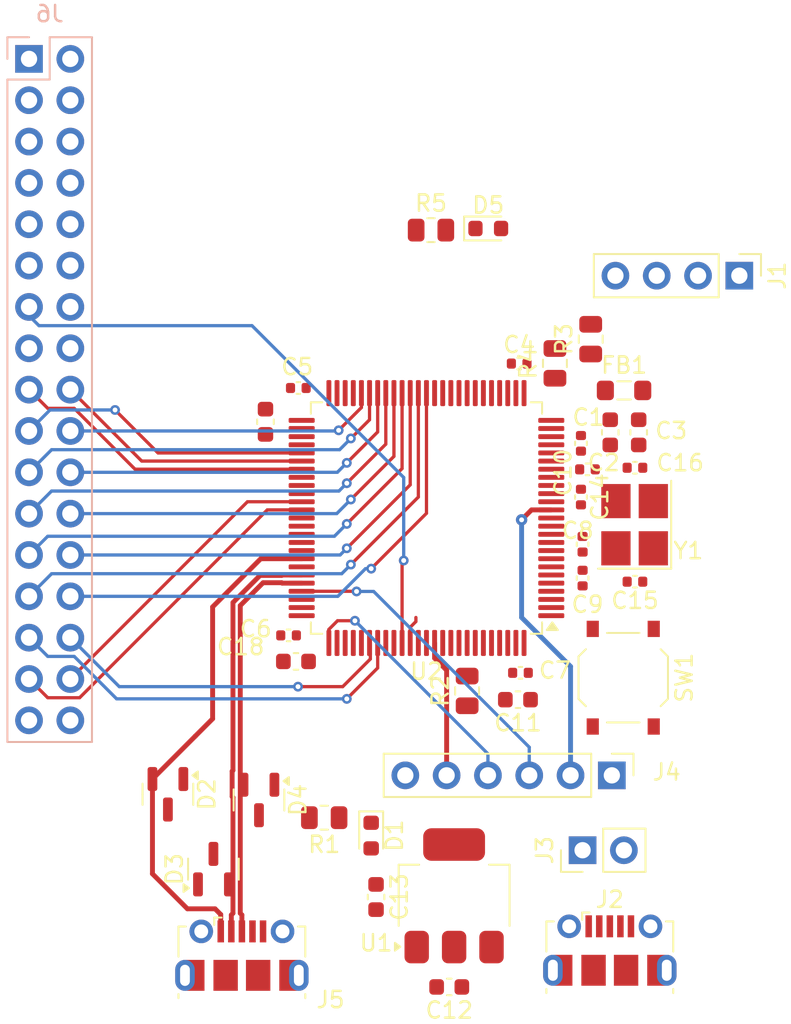
<source format=kicad_pcb>
(kicad_pcb (version 20241229) (generator "pcbnew") (generator_version "9.0")
  (layers (0 "F.Cu" signal) (4 "In1.Cu" power) (6 "In2.Cu" power) (2 "B.Cu" signal) (13 "F.Paste" user) (15 "B.Paste" user) (5 "F.SilkS" user "F.Silkscreen") (7 "B.SilkS" user "B.Silkscreen") (1 "F.Mask" user) (3 "B.Mask" user) (25 "Edge.Cuts" user))
  (net 0 "")
  (net 1 "GND")
  (net 2 "+3.3VA")
  (net 3 "+3.3V")
  (net 4 "+5V")
  (net 5 "/SWD_NRST")
  (net 6 "/HSE_IN")
  (net 7 "/HSE_OUT")
  (net 8 "/VCAP1")
  (net 9 "/VCAP2")
  (net 10 "Net-(D1-K)")
  (net 11 "/USB_OTG_FS_VBUS")
  (net 12 "/USB_OTG_FS_D-")
  (net 13 "/USB_OTG_FS_D+")
  (net 14 "Net-(D5-A)")
  (net 15 "/USART2_RX")
  (net 16 "/USART2_TX")
  (net 26 "/SWDIO")
  (net 36 "/FMC_A16")
  (net 38 "/FMC_NOE")
  (net 39 "/LCD_NRST")
  (net 40 "/FMC_D12")
  (net 42 "/FMC_D14")
  (net 43 "/FMC_D13")
  (net 44 "/FMC_D9")
  (net 45 "/FMC_D6")
  (net 46 "/TP_SDI")
  (net 47 "/FMC_D8")
  (net 48 "/TP_IRQ")
  (net 49 "/FMC_NE1")
  (net 50 "/FMC_D7")
  (net 51 "/FMC_D3")
  (net 52 "/FMC_D15")
  (net 53 "/TP_SCK")
  (net 55 "/TP_CS")
  (net 56 "/FMC_D5")
  (net 57 "/BL_PWM")
  (net 58 "/FMC_D1")
  (net 59 "/TP_SDO")
  (net 60 "/FMC_D4")
  (net 61 "/FMC_D11")
  (net 62 "/FMC_D10")
  (net 63 "/FMC_D2")
  (net 64 "/FMC_NWE")
  (net 65 "/FMC_D0")
  (net 66 "/BOOT0")
  (net 67 "Net-(U2-PC9)")
  (net 109 "/SWDO")
  (net 110 "/SWDCLK")
  (net 113 "Net-(J1-Pin_3)")
  (net 114 "Net-(J1-Pin_2)")
  (footprint "Capacitor_SMD:C_0402_1005Metric" (layer "F.Cu") (at 192.5 77.5 -90)
    (property "Reference" "C9" (at 3.7 -0.3 0) (layer "F.SilkS"))
    (property "Value" "100n")
    (pad "1" smd roundrect (at -0.48 0 270) (size 0.56 0.62) (layers "F.Cu" "F.Mask" "F.Paste") (net 3 "+3.3V"))
    (pad "2" smd roundrect (at 0.48 0 270) (size 0.56 0.62) (layers "F.Cu" "F.Mask" "F.Paste") (net 1 "GND"))
  )
  (footprint "Capacitor_SMD:C_0603_1608Metric" (layer "F.Cu") (at 179.8 99.175 -90)
    (property "Reference" "C13" (at 0 -1.43 90) (layer "F.SilkS"))
    (property "Value" "22u")
    (pad "1" smd roundrect (at -0.775 0 270) (size 0.9 0.95) (layers "F.Cu" "F.Mask" "F.Paste") (net 3 "+3.3V"))
    (pad "2" smd roundrect (at 0.775 0 270) (size 0.9 0.95) (layers "F.Cu" "F.Mask" "F.Paste") (net 1 "GND"))
  )
  (footprint "Button_Switch_SMD:SW_Push_1P1T_XKB_TS-1187A" (layer "F.Cu") (at 195 85.7 -90)
    (property "Reference" "SW1" (at 0 -3.75 90) (layer "F.SilkS"))
    (property "Value" "SW_Push")
    (pad "1" smd rect (at -3 -1.875 270) (size 1 0.75) (layers "F.Cu" "F.Mask" "F.Paste") (net 1 "GND"))
    (pad "1" smd rect (at 3 -1.875 270) (size 1 0.75) (layers "F.Cu" "F.Mask" "F.Paste") (net 1 "GND"))
    (pad "2" smd rect (at -3 1.875 270) (size 1 0.75) (layers "F.Cu" "F.Mask" "F.Paste") (net 5 "/SWD_NRST"))
    (pad "2" smd rect (at 3 1.875 270) (size 1 0.75) (layers "F.Cu" "F.Mask" "F.Paste") (net 5 "/SWD_NRST"))
  )
  (footprint "Resistor_SMD:R_0805_2012Metric" (layer "F.Cu") (at 193 64.9 90)
    (property "Reference" "R3" (at 0 -1.65 90) (layer "F.SilkS"))
    (property "Value" "220R")
    (pad "1" smd roundrect (at -0.9125 0 90) (size 1.025 1.4) (layers "F.Cu" "F.Mask" "F.Paste") (roundrect_rratio 0.243902) (net 16 "/USART2_TX"))
    (pad "2" smd roundrect (at 0.9125 0 90) (size 1.025 1.4) (layers "F.Cu" "F.Mask" "F.Paste") (roundrect_rratio 0.243902) (net 114 "Net-(J1-Pin_2)"))
  )
  (footprint "Connector_USB:USB_Micro-B_Molex-105017-0001" (layer "F.Cu") (at 171.55 102.75)
    (property "Reference" "J5" (at 5.45 2.7375 0) (layer "F.SilkS"))
    (property "Value" "USB_B_Micro")
    (pad "1" smd rect (at -1.3 -1.4625) (size 0.4 1.35) (layers "F.Cu" "F.Mask" "F.Paste") (net 11 "/USB_OTG_FS_VBUS"))
    (pad "2" smd rect (at -0.65 -1.4625) (size 0.4 1.35) (layers "F.Cu" "F.Mask" "F.Paste") (net 12 "/USB_OTG_FS_D-"))
    (pad "3" smd rect (at 0 -1.4625) (size 0.4 1.35) (layers "F.Cu" "F.Mask" "F.Paste") (net 13 "/USB_OTG_FS_D+"))
    (pad "4" smd rect (at 0.65 -1.4625) (size 0.4 1.35) (layers "F.Cu" "F.Mask" "F.Paste"))
    (pad "5" smd rect (at 1.3 -1.4625) (size 0.4 1.35) (layers "F.Cu" "F.Mask" "F.Paste") (net 1 "GND"))
    (pad "6" thru_hole oval (at -3.5 1.2375 180) (size 1.2 1.9) (drill oval 0.6 1.3) (property pad_prop_heatsink) (layers "*.Cu" "*.Mask"))
    (pad "6" smd rect (at -2.9 1.2375) (size 1.2 1.9) (layers "F.Cu" "F.Mask"))
    (pad "6" thru_hole circle (at -2.5 -1.4625) (size 1.45 1.45) (drill 0.85) (property pad_prop_heatsink) (layers "*.Cu" "*.Mask"))
    (pad "6" smd rect (at -1 1.2375) (size 1.5 1.9) (layers "F.Cu" "F.Mask" "F.Paste"))
    (pad "6" smd rect (at 1 1.2375) (size 1.5 1.9) (layers "F.Cu" "F.Mask" "F.Paste"))
    (pad "6" thru_hole circle (at 2.5 -1.4625) (size 1.45 1.45) (drill 0.85) (property pad_prop_heatsink) (layers "*.Cu" "*.Mask"))
    (pad "6" smd rect (at 2.9 1.2375) (size 1.2 1.9) (layers "F.Cu" "F.Mask"))
    (pad "6" thru_hole oval (at 3.5 1.2375) (size 1.2 1.9) (drill oval 0.6 1.3) (property pad_prop_heatsink) (layers "*.Cu" "*.Mask"))
  )
  (footprint "Capacitor_SMD:C_0402_1005Metric" (layer "F.Cu") (at 195.72 79.8 180)
    (property "Reference" "C15" (at 0 -1.16 0) (layer "F.SilkS"))
    (property "Value" "10p")
    (pad "1" smd roundrect (at -0.48 0 180) (size 0.56 0.62) (layers "F.Cu" "F.Mask" "F.Paste") (net 6 "/HSE_IN"))
    (pad "2" smd roundrect (at 0.48 0 180) (size 0.56 0.62) (layers "F.Cu" "F.Mask" "F.Paste") (net 1 "GND"))
  )
  (footprint "Resistor_SMD:R_0805_2012Metric" (layer "F.Cu") (at 185.4 86.5125 90)
    (property "Reference" "R2" (at 0 -1.65 90) (layer "F.SilkS"))
    (property "Value" "10k")
    (pad "1" smd roundrect (at -0.9125 0 90) (size 1.025 1.4) (layers "F.Cu" "F.Mask" "F.Paste") (roundrect_rratio 0.243902) (net 1 "GND"))
    (pad "2" smd roundrect (at 0.9125 0 90) (size 1.025 1.4) (layers "F.Cu" "F.Mask" "F.Paste") (roundrect_rratio 0.243902) (net 66 "/BOOT0"))
  )
  (footprint "Resistor_SMD:R_0805_2012Metric" (layer "F.Cu") (at 183.1775 58.2)
    (property "Reference" "R5" (at 0 -1.65 0) (layer "F.SilkS"))
    (property "Value" "1k")
    (pad "1" smd roundrect (at -0.9125 0) (size 1.025 1.4) (layers "F.Cu" "F.Mask" "F.Paste") (roundrect_rratio 0.243902) (net 67 "Net-(U2-PC9)"))
    (pad "2" smd roundrect (at 0.9125 0) (size 1.025 1.4) (layers "F.Cu" "F.Mask" "F.Paste") (roundrect_rratio 0.243902) (net 14 "Net-(D5-A)"))
  )
  (footprint "Crystal:Crystal_SMD_3225-4Pin_3.2x2.5mm_HandSoldering" (layer "F.Cu") (at 195.7 76.3 90)
    (property "Reference" "Y1" (at -1.6 3.3 0) (layer "F.SilkS"))
    (property "Value" "16MHz")
    (pad "1" smd rect (at -1.45 1.15 90) (size 2.1 1.8) (layers "F.Cu" "F.Mask" "F.Paste") (net 6 "/HSE_IN"))
    (pad "2" smd rect (at 1.45 1.15 90) (size 2.1 1.8) (layers "F.Cu" "F.Mask" "F.Paste") (net 1 "GND"))
    (pad "3" smd rect (at 1.45 -1.15 90) (size 2.1 1.8) (layers "F.Cu" "F.Mask" "F.Paste") (net 7 "/HSE_OUT"))
    (pad "4" smd rect (at -1.45 -1.15 90) (size 2.1 1.8) (layers "F.Cu" "F.Mask" "F.Paste") (net 1 "GND"))
  )
  (footprint "Capacitor_SMD:C_0603_1608Metric" (layer "F.Cu") (at 194.2 70.625 -90)
    (property "Reference" "C2" (at 1.865 0.4 180) (layer "F.SilkS"))
    (property "Value" "10u")
    (pad "1" smd roundrect (at -0.775 0 270) (size 0.9 0.95) (layers "F.Cu" "F.Mask" "F.Paste") (net 2 "+3.3VA"))
    (pad "2" smd roundrect (at 0.775 0 270) (size 0.9 0.95) (layers "F.Cu" "F.Mask" "F.Paste") (net 1 "GND"))
  )
  (footprint "Capacitor_SMD:C_0603_1608Metric" (layer "F.Cu") (at 184.3 104.7 180)
    (property "Reference" "C12" (at 0 -1.43 0) (layer "F.SilkS"))
    (property "Value" "22u")
    (pad "1" smd roundrect (at -0.775 0 180) (size 0.9 0.95) (layers "F.Cu" "F.Mask" "F.Paste") (net 4 "+5V"))
    (pad "2" smd roundrect (at 0.775 0 180) (size 0.9 0.95) (layers "F.Cu" "F.Mask" "F.Paste") (net 1 "GND"))
  )
  (footprint "LED_SMD:LED_0603_1608Metric" (layer "F.Cu") (at 179.5 95.4 -90)
    (property "Reference" "D1" (at 0 -1.43 90) (layer "F.SilkS"))
    (property "Value" "RED")
    (pad "1" smd roundrect (at -0.7875 0 270) (size 0.875 0.95) (layers "F.Cu" "F.Mask" "F.Paste") (net 10 "Net-(D1-K)"))
    (pad "2" smd roundrect (at 0.7875 0 270) (size 0.875 0.95) (layers "F.Cu" "F.Mask" "F.Paste") (net 3 "+3.3V"))
  )
  (footprint "Capacitor_SMD:C_0402_1005Metric" (layer "F.Cu") (at 192.4 74.6 -90)
    (property "Reference" "C14" (at 0 -1.16 90) (layer "F.SilkS"))
    (property "Value" "100n")
    (pad "1" smd roundrect (at -0.48 0 270) (size 0.56 0.62) (layers "F.Cu" "F.Mask" "F.Paste") (net 1 "GND"))
    (pad "2" smd roundrect (at 0.48 0 270) (size 0.56 0.62) (layers "F.Cu" "F.Mask" "F.Paste") (net 5 "/SWD_NRST"))
  )
  (footprint "Capacitor_SMD:C_0402_1005Metric" (layer "F.Cu") (at 192.5 79.58 -90)
    (property "Reference" "C8" (at -2.92 0.3 0) (layer "F.SilkS"))
    (property "Value" "100n")
    (pad "1" smd roundrect (at -0.48 0 270) (size 0.56 0.62) (layers "F.Cu" "F.Mask" "F.Paste") (net 3 "+3.3V"))
    (pad "2" smd roundrect (at 0.48 0 270) (size 0.56 0.62) (layers "F.Cu" "F.Mask" "F.Paste") (net 1 "GND"))
  )
  (footprint "Package_TO_SOT_SMD:SOT-23" (layer "F.Cu") (at 167 92.8625 -90)
    (property "Reference" "D2" (at 0 -2.4 90) (layer "F.SilkS"))
    (property "Value" "P6SMB6.8")
    (pad "1" smd roundrect (at -0.9375 -0.95 270) (size 1.475 0.6) (layers "F.Cu" "F.Mask" "F.Paste") (net 1 "GND"))
    (pad "2" smd roundrect (at -0.9375 0.95 270) (size 1.475 0.6) (layers "F.Cu" "F.Mask" "F.Paste") (net 11 "/USB_OTG_FS_VBUS"))
    (pad "3" smd roundrect (at 0.9375 0 270) (size 1.475 0.6) (layers "F.Cu" "F.Mask" "F.Paste"))
  )
  (footprint "Capacitor_SMD:C_0402_1005Metric" (layer "F.Cu") (at 195.72 72.8)
    (property "Reference" "C16" (at 2.78 -0.3 0) (layer "F.SilkS"))
    (property "Value" "10p")
    (pad "1" smd roundrect (at -0.48 0) (size 0.56 0.62) (layers "F.Cu" "F.Mask" "F.Paste") (net 7 "/HSE_OUT"))
    (pad "2" smd roundrect (at 0.48 0) (size 0.56 0.62) (layers "F.Cu" "F.Mask" "F.Paste") (net 1 "GND"))
  )
  (footprint "Capacitor_SMD:C_0603_1608Metric" (layer "F.Cu") (at 174.875 84.7 180)
    (property "Reference" "C18" (at 3.4 0.9 180) (layer "F.SilkS"))
    (property "Value" "2u2")
    (pad "1" smd roundrect (at -0.775 0 180) (size 0.9 0.95) (layers "F.Cu" "F.Mask" "F.Paste") (net 9 "/VCAP2"))
    (pad "2" smd roundrect (at 0.775 0 180) (size 0.9 0.95) (layers "F.Cu" "F.Mask" "F.Paste") (net 1 "GND"))
  )
  (footprint "LED_SMD:LED_0603_1608Metric" (layer "F.Cu") (at 186.7 58.1)
    (property "Reference" "D5" (at 0 -1.43 0) (layer "F.SilkS"))
    (property "Value" "GREEN")
    (pad "1" smd roundrect (at -0.7875 0) (size 0.875 0.95) (layers "F.Cu" "F.Mask" "F.Paste") (net 1 "GND"))
    (pad "2" smd roundrect (at 0.7875 0) (size 0.875 0.95) (layers "F.Cu" "F.Mask" "F.Paste") (net 14 "Net-(D5-A)"))
  )
  (footprint "Package_TO_SOT_SMD:SOT-23" (layer "F.Cu") (at 172.6 93.2125 -90)
    (property "Reference" "D4" (at 0 -2.4 90) (layer "F.SilkS"))
    (property "Value" "P6SMB6.8")
    (pad "1" smd roundrect (at -0.9375 -0.95 270) (size 1.475 0.6) (layers "F.Cu" "F.Mask" "F.Paste") (net 1 "GND"))
    (pad "2" smd roundrect (at -0.9375 0.95 270) (size 1.475 0.6) (layers "F.Cu" "F.Mask" "F.Paste") (net 13 "/USB_OTG_FS_D+"))
    (pad "3" smd roundrect (at 0.9375 0 270) (size 1.475 0.6) (layers "F.Cu" "F.Mask" "F.Paste"))
  )
  (footprint "Capacitor_SMD:C_0402_1005Metric" (layer "F.Cu") (at 175.02 67.9 180)
    (property "Reference" "C5" (at 0.07 1.3 0) (layer "F.SilkS"))
    (property "Value" "100n")
    (pad "1" smd roundrect (at -0.48 0 180) (size 0.56 0.62) (layers "F.Cu" "F.Mask" "F.Paste") (net 3 "+3.3V"))
    (pad "2" smd roundrect (at 0.48 0 180) (size 0.56 0.62) (layers "F.Cu" "F.Mask" "F.Paste") (net 1 "GND"))
  )
  (footprint "Connector_USB:USB_Micro-B_Molex-105017-0001" (layer "F.Cu") (at 194.175 102.4375)
    (property "Reference" "J2" (at 0 -3.1125 0) (layer "F.SilkS"))
    (property "Value" "USB_B_Micro")
    (pad "1" smd rect (at -1.3 -1.4625) (size 0.4 1.35) (layers "F.Cu" "F.Mask" "F.Paste") (net 4 "+5V"))
    (pad "2" smd rect (at -0.65 -1.4625) (size 0.4 1.35) (layers "F.Cu" "F.Mask" "F.Paste"))
    (pad "3" smd rect (at 0 -1.4625) (size 0.4 1.35) (layers "F.Cu" "F.Mask" "F.Paste"))
    (pad "4" smd rect (at 0.65 -1.4625) (size 0.4 1.35) (layers "F.Cu" "F.Mask" "F.Paste"))
    (pad "5" smd rect (at 1.3 -1.4625) (size 0.4 1.35) (layers "F.Cu" "F.Mask" "F.Paste") (net 1 "GND"))
    (pad "6" thru_hole oval (at -3.5 1.2375 180) (size 1.2 1.9) (drill oval 0.6 1.3) (property pad_prop_heatsink) (layers "*.Cu" "*.Mask"))
    (pad "6" smd rect (at -2.9 1.2375) (size 1.2 1.9) (layers "F.Cu" "F.Mask"))
    (pad "6" thru_hole circle (at -2.5 -1.4625) (size 1.45 1.45) (drill 0.85) (property pad_prop_heatsink) (layers "*.Cu" "*.Mask"))
    (pad "6" smd rect (at -1 1.2375) (size 1.5 1.9) (layers "F.Cu" "F.Mask" "F.Paste"))
    (pad "6" smd rect (at 1 1.2375) (size 1.5 1.9) (layers "F.Cu" "F.Mask" "F.Paste"))
    (pad "6" thru_hole circle (at 2.5 -1.4625) (size 1.45 1.45) (drill 0.85) (property pad_prop_heatsink) (layers "*.Cu" "*.Mask"))
    (pad "6" smd rect (at 2.9 1.2375) (size 1.2 1.9) (layers "F.Cu" "F.Mask"))
    (pad "6" thru_hole oval (at 3.5 1.2375) (size 1.2 1.9) (drill oval 0.6 1.3) (property pad_prop_heatsink) (layers "*.Cu" "*.Mask"))
  )
  (footprint "Package_QFP:LQFP-100_14x14mm_P0.5mm" (layer "F.Cu") (at 182.9 75.89 180)
    (property "Reference" "U2" (at 0 -9.42 0) (layer "F.SilkS"))
    (property "Value" "STM32F429VITx")
    (pad "1" smd roundrect (at -7.675 -6 180) (size 1.6 0.3) (layers "F.Cu" "F.Mask" "F.Paste"))
    (pad "2" smd roundrect (at -7.675 -5.5 180) (size 1.6 0.3) (layers "F.Cu" "F.Mask" "F.Paste"))
    (pad "3" smd roundrect (at -7.675 -5 180) (size 1.6 0.3) (layers "F.Cu" "F.Mask" "F.Paste"))
    (pad "4" smd roundrect (at -7.675 -4.5 180) (size 1.6 0.3) (layers "F.Cu" "F.Mask" "F.Paste"))
    (pad "5" smd roundrect (at -7.675 -4 180) (size 1.6 0.3) (layers "F.Cu" "F.Mask" "F.Paste"))
    (pad "6" smd roundrect (at -7.675 -3.5 180) (size 1.6 0.3) (layers "F.Cu" "F.Mask" "F.Paste") (net 3 "+3.3V"))
    (pad "7" smd roundrect (at -7.675 -3 180) (size 1.6 0.3) (layers "F.Cu" "F.Mask" "F.Paste"))
    (pad "8" smd roundrect (at -7.675 -2.5 180) (size 1.6 0.3) (layers "F.Cu" "F.Mask" "F.Paste"))
    (pad "9" smd roundrect (at -7.675 -2 180) (size 1.6 0.3) (layers "F.Cu" "F.Mask" "F.Paste"))
    (pad "10" smd roundrect (at -7.675 -1.5 180) (size 1.6 0.3) (layers "F.Cu" "F.Mask" "F.Paste") (net 1 "GND"))
    (pad "11" smd roundrect (at -7.675 -1 180) (size 1.6 0.3) (layers "F.Cu" "F.Mask" "F.Paste") (net 3 "+3.3V"))
    (pad "12" smd roundrect (at -7.675 -0.5 180) (size 1.6 0.3) (layers "F.Cu" "F.Mask" "F.Paste") (net 6 "/HSE_IN"))
    (pad "13" smd roundrect (at -7.675 0 180) (size 1.6 0.3) (layers "F.Cu" "F.Mask" "F.Paste") (net 7 "/HSE_OUT"))
    (pad "14" smd roundrect (at -7.675 0.5 180) (size 1.6 0.3) (layers "F.Cu" "F.Mask" "F.Paste") (net 5 "/SWD_NRST"))
    (pad "15" smd roundrect (at -7.675 1 180) (size 1.6 0.3) (layers "F.Cu" "F.Mask" "F.Paste"))
    (pad "16" smd roundrect (at -7.675 1.5 180) (size 1.6 0.3) (layers "F.Cu" "F.Mask" "F.Paste"))
    (pad "17" smd roundrect (at -7.675 2 180) (size 1.6 0.3) (layers "F.Cu" "F.Mask" "F.Paste"))
    (pad "18" smd roundrect (at -7.675 2.5 180) (size 1.6 0.3) (layers "F.Cu" "F.Mask" "F.Paste"))
    (pad "19" smd roundrect (at -7.675 3 180) (size 1.6 0.3) (layers "F.Cu" "F.Mask" "F.Paste") (net 3 "+3.3V"))
    (pad "20" smd roundrect (at -7.675 3.5 180) (size 1.6 0.3) (layers "F.Cu" "F.Mask" "F.Paste") (net 1 "GND"))
    (pad "21" smd roundrect (at -7.675 4 180) (size 1.6 0.3) (layers "F.Cu" "F.Mask" "F.Paste") (net 2 "+3.3VA"))
    (pad "22" smd roundrect (at -7.675 4.5 180) (size 1.6 0.3) (layers "F.Cu" "F.Mask" "F.Paste") (net 2 "+3.3VA"))
    (pad "23" smd roundrect (at -7.675 5 180) (size 1.6 0.3) (layers "F.Cu" "F.Mask" "F.Paste"))
    (pad "24" smd roundrect (at -7.675 5.5 180) (size 1.6 0.3) (layers "F.Cu" "F.Mask" "F.Paste") (net 57 "/BL_PWM"))
    (pad "25" smd roundrect (at -7.675 6 180) (size 1.6 0.3) (layers "F.Cu" "F.Mask" "F.Paste") (net 16 "/USART2_TX"))
    (pad "26" smd roundrect (at -6 7.675 180) (size 0.3 1.6) (layers "F.Cu" "F.Mask" "F.Paste") (net 15 "/USART2_RX"))
    (pad "27" smd roundrect (at -5.5 7.675 180) (size 0.3 1.6) (layers "F.Cu" "F.Mask" "F.Paste") (net 1 "GND"))
    (pad "28" smd roundrect (at -5 7.675 180) (size 0.3 1.6) (layers "F.Cu" "F.Mask" "F.Paste") (net 3 "+3.3V"))
    (pad "29" smd roundrect (at -4.5 7.675 180) (size 0.3 1.6) (layers "F.Cu" "F.Mask" "F.Paste") (net 55 "/TP_CS"))
    (pad "30" smd roundrect (at -4 7.675 180) (size 0.3 1.6) (layers "F.Cu" "F.Mask" "F.Paste") (net 53 "/TP_SCK"))
    (pad "31" smd roundrect (at -3.5 7.675 180) (size 0.3 1.6) (layers "F.Cu" "F.Mask" "F.Paste") (net 59 "/TP_SDO"))
    (pad "32" smd roundrect (at -3 7.675 180) (size 0.3 1.6) (layers "F.Cu" "F.Mask" "F.Paste") (net 46 "/TP_SDI"))
    (pad "33" smd roundrect (at -2.5 7.675 180) (size 0.3 1.6) (layers "F.Cu" "F.Mask" "F.Paste") (net 48 "/TP_IRQ"))
    (pad "34" smd roundrect (at -2 7.675 180) (size 0.3 1.6) (layers "F.Cu" "F.Mask" "F.Paste"))
    (pad "35" smd roundrect (at -1.5 7.675 180) (size 0.3 1.6) (layers "F.Cu" "F.Mask" "F.Paste"))
    (pad "36" smd roundrect (at -1 7.675 180) (size 0.3 1.6) (layers "F.Cu" "F.Mask" "F.Paste"))
    (pad "37" smd roundrect (at -0.5 7.675 180) (size 0.3 1.6) (layers "F.Cu" "F.Mask" "F.Paste"))
    (pad "38" smd roundrect (at 0 7.675 180) (size 0.3 1.6) (layers "F.Cu" "F.Mask" "F.Paste") (net 60 "/FMC_D4"))
    (pad "39" smd roundrect (at 0.5 7.675 180) (size 0.3 1.6) (layers "F.Cu" "F.Mask" "F.Paste") (net 56 "/FMC_D5"))
    (pad "40" smd roundrect (at 1 7.675 180) (size 0.3 1.6) (layers "F.Cu" "F.Mask" "F.Paste") (net 45 "/FMC_D6"))
    (pad "41" smd roundrect (at 1.5 7.675 180) (size 0.3 1.6) (layers "F.Cu" "F.Mask" "F.Paste") (net 50 "/FMC_D7"))
    (pad "42" smd roundrect (at 2 7.675 180) (size 0.3 1.6) (layers "F.Cu" "F.Mask" "F.Paste") (net 47 "/FMC_D8"))
    (pad "43" smd roundrect (at 2.5 7.675 180) (size 0.3 1.6) (layers "F.Cu" "F.Mask" "F.Paste") (net 44 "/FMC_D9"))
    (pad "44" smd roundrect (at 3 7.675 180) (size 0.3 1.6) (layers "F.Cu" "F.Mask" "F.Paste") (net 62 "/FMC_D10"))
    (pad "45" smd roundrect (at 3.5 7.675 180) (size 0.3 1.6) (layers "F.Cu" "F.Mask" "F.Paste") (net 61 "/FMC_D11"))
    (pad "46" smd roundrect (at 4 7.675 180) (size 0.3 1.6) (layers "F.Cu" "F.Mask" "F.Paste") (net 40 "/FMC_D12"))
    (pad "47" smd roundrect (at 4.5 7.675 180) (size 0.3 1.6) (layers "F.Cu" "F.Mask" "F.Paste"))
    (pad "48" smd roundrect (at 5 7.675 180) (size 0.3 1.6) (layers "F.Cu" "F.Mask" "F.Paste"))
    (pad "49" smd roundrect (at 5.5 7.675 180) (size 0.3 1.6) (layers "F.Cu" "F.Mask" "F.Paste") (net 8 "/VCAP1"))
    (pad "50" smd roundrect (at 6 7.675 180) (size 0.3 1.6) (layers "F.Cu" "F.Mask" "F.Paste") (net 3 "+3.3V"))
    (pad "51" smd roundrect (at 7.675 6 180) (size 1.6 0.3) (layers "F.Cu" "F.Mask" "F.Paste"))
    (pad "52" smd roundrect (at 7.675 5.5 180) (size 1.6 0.3) (layers "F.Cu" "F.Mask" "F.Paste"))
    (pad "53" smd roundrect (at 7.675 5 180) (size 1.6 0.3) (layers "F.Cu" "F.Mask" "F.Paste"))
    (pad "54" smd roundrect (at 7.675 4.5 180) (size 1.6 0.3) (layers "F.Cu" "F.Mask" "F.Paste"))
    (pad "55" smd roundrect (at 7.675 4 180) (size 1.6 0.3) (layers "F.Cu" "F.Mask" "F.Paste") (net 43 "/FMC_D13"))
    (pad "56" smd roundrect (at 7.675 3.5 180) (size 1.6 0.3) (layers "F.Cu" "F.Mask" "F.Paste") (net 42 "/FMC_D14"))
    (pad "57" smd roundrect (at 7.675 3 180) (size 1.6 0.3) (layers "F.Cu" "F.Mask" "F.Paste") (net 52 "/FMC_D15"))
    (pad "58" smd roundrect (at 7.675 2.5 180) (size 1.6 0.3) (layers "F.Cu" "F.Mask" "F.Paste") (net 36 "/FMC_A16"))
    (pad "59" smd roundrect (at 7.675 2 180) (size 1.6 0.3) (layers "F.Cu" "F.Mask" "F.Paste"))
    (pad "60" smd roundrect (at 7.675 1.5 180) (size 1.6 0.3) (layers "F.Cu" "F.Mask" "F.Paste"))
    (pad "61" smd roundrect (at 7.675 1 180) (size 1.6 0.3) (layers "F.Cu" "F.Mask" "F.Paste") (net 65 "/FMC_D0"))
    (pad "62" smd roundrect (at 7.675 0.5 180) (size 1.6 0.3) (layers "F.Cu" "F.Mask" "F.Paste") (net 58 "/FMC_D1"))
    (pad "63" smd roundrect (at 7.675 0 180) (size 1.6 0.3) (layers "F.Cu" "F.Mask" "F.Paste"))
    (pad "64" smd roundrect (at 7.675 -0.5 180) (size 1.6 0.3) (layers "F.Cu" "F.Mask" "F.Paste"))
    (pad "65" smd roundrect (at 7.675 -1 180) (size 1.6 0.3) (layers "F.Cu" "F.Mask" "F.Paste"))
    (pad "66" smd roundrect (at 7.675 -1.5 180) (size 1.6 0.3) (layers "F.Cu" "F.Mask" "F.Paste") (net 67 "Net-(U2-PC9)"))
    (pad "67" smd roundrect (at 7.675 -2 180) (size 1.6 0.3) (layers "F.Cu" "F.Mask" "F.Paste"))
    (pad "68" smd roundrect (at 7.675 -2.5 180) (size 1.6 0.3) (layers "F.Cu" "F.Mask" "F.Paste") (net 11 "/USB_OTG_FS_VBUS"))
    (pad "69" smd roundrect (at 7.675 -3 180) (size 1.6 0.3) (layers "F.Cu" "F.Mask" "F.Paste"))
    (pad "70" smd roundrect (at 7.675 -3.5 180) (size 1.6 0.3) (layers "F.Cu" "F.Mask" "F.Paste") (net 12 "/USB_OTG_FS_D-"))
    (pad "71" smd roundrect (at 7.675 -4 180) (size 1.6 0.3) (layers "F.Cu" "F.Mask" "F.Paste") (net 13 "/USB_OTG_FS_D+"))
    (pad "72" smd roundrect (at 7.675 -4.5 180) (size 1.6 0.3) (layers "F.Cu" "F.Mask" "F.Paste") (net 26 "/SWDIO"))
    (pad "73" smd roundrect (at 7.675 -5 180) (size 1.6 0.3) (layers "F.Cu" "F.Mask" "F.Paste") (net 9 "/VCAP2"))
    (pad "74" smd roundrect (at 7.675 -5.5 180) (size 1.6 0.3) (layers "F.Cu" "F.Mask" "F.Paste") (net 1 "GND"))
    (pad "75" smd roundrect (at 7.675 -6 180) (size 1.6 0.3) (layers "F.Cu" "F.Mask" "F.Paste") (net 3 "+3.3V"))
    (pad "76" smd roundrect (at 6 -7.675 180) (size 0.3 1.6) (layers "F.Cu" "F.Mask" "F.Paste") (net 110 "/SWDCLK"))
    (pad "77" smd roundrect (at 5.5 -7.675 180) (size 0.3 1.6) (layers "F.Cu" "F.Mask" "F.Paste"))
    (pad "78" smd roundrect (at 5 -7.675 180) (size 0.3 1.6) (layers "F.Cu" "F.Mask" "F.Paste"))
    (pad "79" smd roundrect (at 4.5 -7.675 180) (size 0.3 1.6) (layers "F.Cu" "F.Mask" "F.Paste"))
    (pad "80" smd roundrect (at 4 -7.675 180) (size 0.3 1.6) (layers "F.Cu" "F.Mask" "F.Paste"))
    (pad "81" smd roundrect (at 3.5 -7.675 180) (size 0.3 1.6) (layers "F.Cu" "F.Mask" "F.Paste") (net 63 "/FMC_D2"))
    (pad "82" smd roundrect (at 3 -7.675 180) (size 0.3 1.6) (layers "F.Cu" "F.Mask" "F.Paste") (net 51 "/FMC_D3"))
    (pad "83" smd roundrect (at 2.5 -7.675 180) (size 0.3 1.6) (layers "F.Cu" "F.Mask" "F.Paste"))
    (pad "84" smd roundrect (at 2 -7.675 180) (size 0.3 1.6) (layers "F.Cu" "F.Mask" "F.Paste"))
    (pad "85" smd roundrect (at 1.5 -7.675 180) (size 0.3 1.6) (layers "F.Cu" "F.Mask" "F.Paste") (net 38 "/FMC_NOE"))
    (pad "86" smd roundrect (at 1 -7.675 180) (size 0.3 1.6) (layers "F.Cu" "F.Mask" "F.Paste") (net 64 "/FMC_NWE"))
    (pad "87" smd roundrect (at 0.5 -7.675 180) (size 0.3 1.6) (layers "F.Cu" "F.Mask" "F.Paste") (net 39 "/LCD_NRST"))
    (pad "88" smd roundrect (at 0 -7.675 180) (size 0.3 1.6) (layers "F.Cu" "F.Mask" "F.Paste") (net 49 "/FMC_NE1"))
    (pad "89" smd roundrect (at -0.5 -7.675 180) (size 0.3 1.6) (layers "F.Cu" "F.Mask" "F.Paste") (net 109 "/SWDO"))
    (pad "90" smd roundrect (at -1 -7.675 180) (size 0.3 1.6) (layers "F.Cu" "F.Mask" "F.Paste"))
    (pad "91" smd roundrect (at -1.5 -7.675 180) (size 0.3 1.6) (layers "F.Cu" "F.Mask" "F.Paste"))
    (pad "92" smd roundrect (at -2 -7.675 180) (size 0.3 1.6) (layers "F.Cu" "F.Mask" "F.Paste"))
    (pad "93" smd roundrect (at -2.5 -7.675 180) (size 0.3 1.6) (layers "F.Cu" "F.Mask" "F.Paste"))
    (pad "94" smd roundrect (at -3 -7.675 180) (size 0.3 1.6) (layers "F.Cu" "F.Mask" "F.Paste") (net 66 "/BOOT0"))
    (pad "95" smd roundrect (at -3.5 -7.675 180) (size 0.3 1.6) (layers "F.Cu" "F.Mask" "F.Paste"))
    (pad "96" smd roundrect (at -4 -7.675 180) (size 0.3 1.6) (layers "F.Cu" "F.Mask" "F.Paste"))
    (pad "97" smd roundrect (at -4.5 -7.675 180) (size 0.3 1.6) (layers "F.Cu" "F.Mask" "F.Paste"))
    (pad "98" smd roundrect (at -5 -7.675 180) (size 0.3 1.6) (layers "F.Cu" "F.Mask" "F.Paste"))
    (pad "99" smd roundrect (at -5.5 -7.675 180) (size 0.3 1.6) (layers "F.Cu" "F.Mask" "F.Paste") (net 1 "GND"))
    (pad "100" smd roundrect (at -6 -7.675 180) (size 0.3 1.6) (layers "F.Cu" "F.Mask" "F.Paste") (net 3 "+3.3V"))
  )
  (footprint "Package_TO_SOT_SMD:SOT-223-3_TabPin2" (layer "F.Cu") (at 184.6 99.1 90)
    (property "Reference" "U1" (at -2.9 -4.8 180) (layer "F.SilkS"))
    (property "Value" "AMS1117-3.3")
    (pad "1" smd roundrect (at -3.15 -2.3 90) (size 2 1.5) (layers "F.Cu" "F.Mask" "F.Paste") (net 1 "GND"))
    (pad "2" smd roundrect (at -3.15 0 90) (size 2 1.5) (layers "F.Cu" "F.Mask" "F.Paste") (net 3 "+3.3V"))
    (pad "2" smd roundrect (at 3.15 0 90) (size 2 3.8) (layers "F.Cu" "F.Mask" "F.Paste") (net 3 "+3.3V"))
    (pad "3" smd roundrect (at -3.15 2.3 90) (size 2 1.5) (layers "F.Cu" "F.Mask" "F.Paste") (net 4 "+5V"))
  )
  (footprint "Capacitor_SMD:C_0402_1005Metric" (layer "F.Cu") (at 188.6 66.4)
    (property "Reference" "C4" (at 0 -1.16 0) (layer "F.SilkS"))
    (property "Value" "100n")
    (pad "1" smd roundrect (at -0.48 0) (size 0.56 0.62) (layers "F.Cu" "F.Mask" "F.Paste") (net 3 "+3.3V"))
    (pad "2" smd roundrect (at 0.48 0) (size 0.56 0.62) (layers "F.Cu" "F.Mask" "F.Paste") (net 1 "GND"))
  )
  (footprint "Capacitor_SMD:C_0402_1005Metric" (layer "F.Cu") (at 192.4 71.3 -90)
    (property "Reference" "C1" (at -1.6 -0.46 0) (layer "F.SilkS"))
    (property "Value" "100n")
    (pad "1" smd roundrect (at -0.48 0 270) (size 0.56 0.62) (layers "F.Cu" "F.Mask" "F.Paste") (net 2 "+3.3VA"))
    (pad "2" smd roundrect (at 0.48 0 270) (size 0.56 0.62) (layers "F.Cu" "F.Mask" "F.Paste") (net 1 "GND"))
  )
  (footprint "Connector_PinHeader_2.54mm:PinHeader_1x02_P2.54mm_Vertical" (layer "F.Cu") (at 192.5 96.3 90)
    (property "Reference" "J3" (at 0 -2.33 90) (layer "F.SilkS"))
    (property "Value" "Conn_01x02")
    (pad "1" thru_hole rect (at 0 0 90) (size 1.7 1.7) (drill 1) (layers "*.Cu" "*.Mask") (net 4 "+5V"))
    (pad "2" thru_hole oval (at 0 2.54 90) (size 1.7 1.7) (drill 1) (layers "*.Cu" "*.Mask") (net 1 "GND"))
  )
  (footprint "Capacitor_SMD:C_0402_1005Metric" (layer "F.Cu") (at 188.68 85.4 180)
    (property "Reference" "C7" (at -2.12 0.15 0) (layer "F.SilkS"))
    (property "Value" "100n")
    (pad "1" smd roundrect (at -0.48 0 180) (size 0.56 0.62) (layers "F.Cu" "F.Mask" "F.Paste") (net 3 "+3.3V"))
    (pad "2" smd roundrect (at 0.48 0 180) (size 0.56 0.62) (layers "F.Cu" "F.Mask" "F.Paste") (net 1 "GND"))
  )
  (footprint "Connector_PinHeader_2.54mm:PinHeader_1x06_P2.54mm_Vertical" (layer "F.Cu") (at 194.3 91.7 -90)
    (property "Reference" "J4" (at -0.2 -3.37 0) (layer "F.SilkS"))
    (property "Value" "Conn_01x06")
    (pad "1" thru_hole rect (at 0 0 270) (size 1.7 1.7) (drill 1) (layers "*.Cu" "*.Mask") (net 3 "+3.3V"))
    (pad "2" thru_hole oval (at 0 2.54 270) (size 1.7 1.7) (drill 1) (layers "*.Cu" "*.Mask") (net 5 "/SWD_NRST"))
    (pad "3" thru_hole oval (at 0 5.08 270) (size 1.7 1.7) (drill 1) (layers "*.Cu" "*.Mask") (net 26 "/SWDIO"))
    (pad "4" thru_hole oval (at 0 7.62 270) (size 1.7 1.7) (drill 1) (layers "*.Cu" "*.Mask") (net 110 "/SWDCLK"))
    (pad "5" thru_hole oval (at 0 10.16 270) (size 1.7 1.7) (drill 1) (layers "*.Cu" "*.Mask") (net 109 "/SWDO"))
    (pad "6" thru_hole oval (at 0 12.7 270) (size 1.7 1.7) (drill 1) (layers "*.Cu" "*.Mask") (net 1 "GND"))
  )
  (footprint "Connector_PinHeader_2.54mm:PinHeader_1x04_P2.54mm_Vertical" (layer "F.Cu") (at 202.14 61 -90)
    (property "Reference" "J1" (at 0 -2.33 90) (layer "F.SilkS"))
    (property "Value" "Conn_01x04")
    (pad "1" thru_hole rect (at 0 0 270) (size 1.7 1.7) (drill 1) (layers "*.Cu" "*.Mask") (net 3 "+3.3V"))
    (pad "2" thru_hole oval (at 0 2.54 270) (size 1.7 1.7) (drill 1) (layers "*.Cu" "*.Mask") (net 114 "Net-(J1-Pin_2)"))
    (pad "3" thru_hole oval (at 0 5.08 270) (size 1.7 1.7) (drill 1) (layers "*.Cu" "*.Mask") (net 113 "Net-(J1-Pin_3)"))
    (pad "4" thru_hole oval (at 0 7.62 270) (size 1.7 1.7) (drill 1) (layers "*.Cu" "*.Mask") (net 1 "GND"))
  )
  (footprint "Capacitor_SMD:C_0402_1005Metric" (layer "F.Cu") (at 174.42 83.1 180)
    (property "Reference" "C6" (at 2.02 0.4 0) (layer "F.SilkS"))
    (property "Value" "100n")
    (pad "1" smd roundrect (at -0.48 0 180) (size 0.56 0.62) (layers "F.Cu" "F.Mask" "F.Paste") (net 3 "+3.3V"))
    (pad "2" smd roundrect (at 0.48 0 180) (size 0.56 0.62) (layers "F.Cu" "F.Mask" "F.Paste") (net 1 "GND"))
  )
  (footprint "Capacitor_SMD:C_0402_1005Metric" (layer "F.Cu") (at 192.8 72.9)
    (property "Reference" "C10" (at -1.5 0.2 90) (layer "F.SilkS"))
    (property "Value" "100n")
    (pad "1" smd roundrect (at -0.48 0) (size 0.56 0.62) (layers "F.Cu" "F.Mask" "F.Paste") (net 3 "+3.3V"))
    (pad "2" smd roundrect (at 0.48 0) (size 0.56 0.62) (layers "F.Cu" "F.Mask" "F.Paste") (net 1 "GND"))
  )
  (footprint "Capacitor_SMD:C_0603_1608Metric" (layer "F.Cu") (at 195.95 70.625 -90)
    (property "Reference" "C3" (at -0.1 -2 0) (layer "F.SilkS"))
    (property "Value" "1u")
    (pad "1" smd roundrect (at -0.775 0 270) (size 0.9 0.95) (layers "F.Cu" "F.Mask" "F.Paste") (net 3 "+3.3V"))
    (pad "2" smd roundrect (at 0.775 0 270) (size 0.9 0.95) (layers "F.Cu" "F.Mask" "F.Paste") (net 1 "GND"))
  )
  (footprint "Inductor_SMD:L_0805_2012Metric_Pad1.05x1.20mm_HandSolder" (layer "F.Cu") (at 195.05 68.05)
    (property "Reference" "FB1" (at 0 -1.55 0) (layer "F.SilkS"))
    (property "Value" "120R")
    (pad "1" smd roundrect (at -1.15 0) (size 1.05 1.2) (layers "F.Cu" "F.Mask" "F.Paste") (roundrect_rratio 0.238095) (net 2 "+3.3VA"))
    (pad "2" smd roundrect (at 1.15 0) (size 1.05 1.2) (layers "F.Cu" "F.Mask" "F.Paste") (roundrect_rratio 0.238095) (net 3 "+3.3V"))
  )
  (footprint "Capacitor_SMD:C_0603_1608Metric" (layer "F.Cu") (at 188.525 87.05 180)
    (property "Reference" "C11" (at 0 -1.43 0) (layer "F.SilkS"))
    (property "Value" "10u")
    (pad "1" smd roundrect (at -0.775 0 180) (size 0.9 0.95) (layers "F.Cu" "F.Mask" "F.Paste") (net 3 "+3.3V"))
    (pad "2" smd roundrect (at 0.775 0 180) (size 0.9 0.95) (layers "F.Cu" "F.Mask" "F.Paste") (net 1 "GND"))
  )
  (footprint "Package_TO_SOT_SMD:SOT-23" (layer "F.Cu") (at 169.8 97.4625 90)
    (property "Reference" "D3" (at 0 -2.4 90) (layer "F.SilkS"))
    (property "Value" "P6SMB6.8")
    (pad "1" smd roundrect (at -0.9375 -0.95 90) (size 1.475 0.6) (layers "F.Cu" "F.Mask" "F.Paste") (net 1 "GND"))
    (pad "2" smd roundrect (at -0.9375 0.95 90) (size 1.475 0.6) (layers "F.Cu" "F.Mask" "F.Paste") (net 12 "/USB_OTG_FS_D-"))
    (pad "3" smd roundrect (at 0.9375 0 90) (size 1.475 0.6) (layers "F.Cu" "F.Mask" "F.Paste"))
  )
  (footprint "Capacitor_SMD:C_0603_1608Metric" (layer "F.Cu") (at 173 69.975 -90)
    (property "Reference" "C17" (hide yes))
    (property "Value" "2u2")
    (pad "1" smd roundrect (at -0.775 0 270) (size 0.9 0.95) (layers "F.Cu" "F.Mask" "F.Paste") (net 8 "/VCAP1"))
    (pad "2" smd roundrect (at 0.775 0 270) (size 0.9 0.95) (layers "F.Cu" "F.Mask" "F.Paste") (net 1 "GND"))
  )
  (footprint "Resistor_SMD:R_0805_2012Metric" (layer "F.Cu") (at 190.8 66.3875 90)
    (property "Reference" "R4" (at 0 -1.65 90) (layer "F.SilkS"))
    (property "Value" "220R")
    (pad "1" smd roundrect (at -0.9125 0 90) (size 1.025 1.4) (layers "F.Cu" "F.Mask" "F.Paste") (roundrect_rratio 0.243902) (net 15 "/USART2_RX"))
    (pad "2" smd roundrect (at 0.9125 0 90) (size 1.025 1.4) (layers "F.Cu" "F.Mask" "F.Paste") (roundrect_rratio 0.243902) (net 113 "Net-(J1-Pin_3)"))
  )
  (footprint "Resistor_SMD:R_0805_2012Metric" (layer "F.Cu") (at 176.6125 94.3 180)
    (property "Reference" "R1" (at 0 -1.65 0) (layer "F.SilkS"))
    (property "Value" "1k")
    (pad "1" smd roundrect (at -0.9125 0 180) (size 1.025 1.4) (layers "F.Cu" "F.Mask" "F.Paste") (roundrect_rratio 0.243902) (net 10 "Net-(D1-K)"))
    (pad "2" smd roundrect (at 0.9125 0 180) (size 1.025 1.4) (layers "F.Cu" "F.Mask" "F.Paste") (roundrect_rratio 0.243902) (net 1 "GND"))
  )
  (footprint "Connector_PinSocket_2.54mm:PinSocket_2x17_P2.54mm_Vertical" (layer "B.Cu") (at 158.46 47.68 180)
    (property "Reference" "J6" (at -1.27 2.77 0) (layer "B.SilkS") (effects (justify mirror)))
    (property "Value" "2x17 odd-even connector" (hide yes))
    (pad "1" thru_hole rect (at 0 0 180) (size 1.7 1.7) (drill 1) (layers "*.Cu" "*.Mask") (net 1 "GND"))
    (pad "2" thru_hole oval (at -2.54 0 180) (size 1.7 1.7) (drill 1) (layers "*.Cu" "*.Mask") (net 3 "+3.3V"))
    (pad "3" thru_hole oval (at 0 -2.54 180) (size 1.7 1.7) (drill 1) (layers "*.Cu" "*.Mask") (net 59 "/TP_SDO"))
    (pad "4" thru_hole oval (at -2.54 -2.54 180) (size 1.7 1.7) (drill 1) (layers "*.Cu" "*.Mask") (net 46 "/TP_SDI"))
    (pad "5" thru_hole oval (at 0 -5.08 180) (size 1.7 1.7) (drill 1) (layers "*.Cu" "*.Mask") (net 53 "/TP_SCK"))
    (pad "6" thru_hole oval (at -2.54 -5.08 180) (size 1.7 1.7) (drill 1) (layers "*.Cu" "*.Mask") (net 55 "/TP_CS"))
    (pad "7" thru_hole oval (at 0 -7.62 180) (size 1.7 1.7) (drill 1) (layers "*.Cu" "*.Mask") (net 48 "/TP_IRQ"))
    (pad "8" thru_hole oval (at -2.54 -7.62 180) (size 1.7 1.7) (drill 1) (layers "*.Cu" "*.Mask") (net 57 "/BL_PWM"))
    (pad "9" thru_hole oval (at 0 -10.16 180) (size 1.7 1.7) (drill 1) (layers "*.Cu" "*.Mask") (net 1 "GND"))
    (pad "10" thru_hole oval (at -2.54 -10.16 180) (size 1.7 1.7) (drill 1) (layers "*.Cu" "*.Mask") (net 3 "+3.3V"))
    (pad "11" thru_hole oval (at 0 -12.7 180) (size 1.7 1.7) (drill 1) (layers "*.Cu" "*.Mask"))
    (pad "12" thru_hole oval (at -2.54 -12.7 180) (size 1.7 1.7) (drill 1) (layers "*.Cu" "*.Mask") (net 39 "/LCD_NRST"))
    (pad "13" thru_hole oval (at 0 -15.24 180) (size 1.7 1.7) (drill 1) (layers "*.Cu" "*.Mask") (net 38 "/FMC_NOE"))
    (pad "14" thru_hole oval (at -2.54 -15.24 180) (size 1.7 1.7) (drill 1) (layers "*.Cu" "*.Mask") (net 64 "/FMC_NWE"))
    (pad "15" thru_hole oval (at 0 -17.78 180) (size 1.7 1.7) (drill 1) (layers "*.Cu" "*.Mask") (net 36 "/FMC_A16"))
    (pad "16" thru_hole oval (at -2.54 -17.78 180) (size 1.7 1.7) (drill 1) (layers "*.Cu" "*.Mask") (net 49 "/FMC_NE1"))
    (pad "17" thru_hole oval (at 0 -20.32 180) (size 1.7 1.7) (drill 1) (layers "*.Cu" "*.Mask") (net 52 "/FMC_D15"))
    (pad "18" thru_hole oval (at -2.54 -20.32 180) (size 1.7 1.7) (drill 1) (layers "*.Cu" "*.Mask") (net 42 "/FMC_D14"))
    (pad "19" thru_hole oval (at 0 -22.86 180) (size 1.7 1.7) (drill 1) (layers "*.Cu" "*.Mask") (net 43 "/FMC_D13"))
    (pad "20" thru_hole oval (at -2.54 -22.86 180) (size 1.7 1.7) (drill 1) (layers "*.Cu" "*.Mask") (net 40 "/FMC_D12"))
    (pad "21" thru_hole oval (at 0 -25.4 180) (size 1.7 1.7) (drill 1) (layers "*.Cu" "*.Mask") (net 61 "/FMC_D11"))
    (pad "22" thru_hole oval (at -2.54 -25.4 180) (size 1.7 1.7) (drill 1) (layers "*.Cu" "*.Mask") (net 62 "/FMC_D10"))
    (pad "23" thru_hole oval (at 0 -27.94 180) (size 1.7 1.7) (drill 1) (layers "*.Cu" "*.Mask") (net 44 "/FMC_D9"))
    (pad "24" thru_hole oval (at -2.54 -27.94 180) (size 1.7 1.7) (drill 1) (layers "*.Cu" "*.Mask") (net 47 "/FMC_D8"))
    (pad "25" thru_hole oval (at 0 -30.48 180) (size 1.7 1.7) (drill 1) (layers "*.Cu" "*.Mask") (net 50 "/FMC_D7"))
    (pad "26" thru_hole oval (at -2.54 -30.48 180) (size 1.7 1.7) (drill 1) (layers "*.Cu" "*.Mask") (net 45 "/FMC_D6"))
    (pad "27" thru_hole oval (at 0 -33.02 180) (size 1.7 1.7) (drill 1) (layers "*.Cu" "*.Mask") (net 56 "/FMC_D5"))
    (pad "28" thru_hole oval (at -2.54 -33.02 180) (size 1.7 1.7) (drill 1) (layers "*.Cu" "*.Mask") (net 60 "/FMC_D4"))
    (pad "29" thru_hole oval (at 0 -35.56 180) (size 1.7 1.7) (drill 1) (layers "*.Cu" "*.Mask") (net 51 "/FMC_D3"))
    (pad "30" thru_hole oval (at -2.54 -35.56 180) (size 1.7 1.7) (drill 1) (layers "*.Cu" "*.Mask") (net 63 "/FMC_D2"))
    (pad "31" thru_hole oval (at 0 -38.1 180) (size 1.7 1.7) (drill 1) (layers "*.Cu" "*.Mask") (net 58 "/FMC_D1"))
    (pad "32" thru_hole oval (at -2.54 -38.1 180) (size 1.7 1.7) (drill 1) (layers "*.Cu" "*.Mask") (net 65 "/FMC_D0"))
    (pad "33" thru_hole oval (at 0 -40.64 180) (size 1.7 1.7) (drill 1) (layers "*.Cu" "*.Mask"))
    (pad "34" thru_hole oval (at -2.54 -40.64 180) (size 1.7 1.7) (drill 1) (layers "*.Cu" "*.Mask"))
  )
  (segment (start 190.575 75.39) (end 189.36 75.39) (width 0.3) (layer "F.Cu") (net 5))
  (segment (start 189.36 75.39) (end 188.75 76) (width 0.3) (layer "F.Cu") (net 5))
  (via (at 188.75 76) (size 0.7) (drill 0.3) (layers "F.Cu" "B.Cu") (net 5))
  (segment (start 188.75 76) (end 188.75 82) (width 0.3) (layer "B.Cu") (net 5))
  (segment (start 191.76 85.01) (end 191.76 91.7) (width 0.3) (layer "B.Cu") (net 5))
  (segment (start 188.75 82) (end 191.76 85.01) (width 0.3) (layer "B.Cu") (net 5))
  (segment (start 168.2 99.9) (end 166.05 97.75) (width 0.3) (layer "F.Cu") (net 11))
  (segment (start 166.05 91.925) (end 168.671024 89.303976) (width 0.3) (layer "F.Cu") (net 11))
  (segment (start 169.9 99.9) (end 168.2 99.9) (width 0.3) (layer "F.Cu") (net 11))
  (segment (start 170.25 100.25) (end 169.9 99.9) (width 0.3) (layer "F.Cu") (net 11))
  (segment (start 172.71 78.39) (end 175.225 78.39) (width 0.3) (layer "F.Cu") (net 11))
  (segment (start 169.75 88.225) (end 169.75 81.35) (width 0.3) (layer "F.Cu") (net 11))
  (segment (start 166.05 97.75) (end 166.05 91.925) (width 0.3) (layer "F.Cu") (net 11))
  (segment (start 170.25 101.2875) (end 170.25 100.25) (width 0.3) (layer "F.Cu") (net 11))
  (segment (start 168.671024 89.303976) (end 168.691272 89.283728) (width 0.3) (layer "F.Cu") (net 11))
  (segment (start 168.691272 89.283728) (end 169.75 88.225) (width 0.3) (layer "F.Cu") (net 11))
  (segment (start 169.75 81.35) (end 172.71 78.39) (width 0.3) (layer "F.Cu") (net 11))
  (segment (start 171 91.395532) (end 171 81.081802) (width 0.3) (layer "F.Cu") (net 12))
  (segment (start 171 93.054468) (end 170.949 93.003468) (width 0.3) (layer "F.Cu") (net 12))
  (segment (start 174.024999 79.39) (end 175.225 79.39) (width 0.3) (layer "F.Cu") (net 12))
  (segment (start 173.999999 79.415) (end 174.024999 79.39) (width 0.3) (layer "F.Cu") (net 12))
  (segment (start 170.9 100.274999) (end 171 100.174999) (width 0.3) (layer "F.Cu") (net 12))
  (segment (start 172.666802 79.415) (end 173.999999 79.415) (width 0.3) (layer "F.Cu") (net 12))
  (segment (start 170.949 91.446532) (end 171 91.395532) (width 0.3) (layer "F.Cu") (net 12))
  (segment (start 171 81.081802) (end 172.666802 79.415) (width 0.3) (layer "F.Cu") (net 12))
  (segment (start 170.949 93.003468) (end 170.949 91.446532) (width 0.3) (layer "F.Cu") (net 12))
  (segment (start 170.9 101.2875) (end 170.9 100.274999) (width 0.3) (layer "F.Cu") (net 12))
  (segment (start 171 100.174999) (end 171 93.054468) (width 0.3) (layer "F.Cu") (net 12))
  (segment (start 172.853198 79.865) (end 173.999999 79.865) (width 0.3) (layer "F.Cu") (net 13))
  (segment (start 171.45 81.268198) (end 172.853198 79.865) (width 0.3) (layer "F.Cu") (net 13))
  (segment (start 173.999999 79.865) (end 174.024999 79.89) (width 0.3) (layer "F.Cu") (net 13))
  (segment (start 171.45 100.174999) (end 171.45 81.268198) (width 0.3) (layer "F.Cu") (net 13))
  (segment (start 174.024999 79.89) (end 175.225 79.89) (width 0.3) (layer "F.Cu") (net 13))
  (segment (start 171.55 100.274999) (end 171.45 100.174999) (width 0.3) (layer "F.Cu") (net 13))
  (segment (start 171.55 101.2875) (end 171.55 100.274999) (width 0.3) (layer "F.Cu") (net 13))
  (segment (start 175.225 80.39) (end 178.59 80.39) (width 0.2) (layer "F.Cu") (net 26))
  (segment (start 178.59 80.39) (end 178.6 80.4) (width 0.2) (layer "F.Cu") (net 26))
  (via (at 178.6 80.4) (size 0.6) (drill 0.3) (layers "F.Cu" "B.Cu") (net 26))
  (segment (start 179.65 80.4) (end 189.22 89.97) (width 0.2) (layer "B.Cu") (net 26))
  (segment (start 178.6 80.4) (end 179.65 80.4) (width 0.2) (layer "B.Cu") (net 26))
  (segment (start 189.22 89.97) (end 189.22 91.7) (width 0.2) (layer "B.Cu") (net 26))
  (segment (start 181.4 78.6) (end 181.5 78.5) (width 0.2) (layer "F.Cu") (net 38))
  (segment (start 181.4 83.565) (end 181.4 78.6) (width 0.2) (layer "F.Cu") (net 38))
  (via (at 181.5 78.5) (size 0.6) (drill 0.3) (layers "F.Cu" "B.Cu") (net 38))
  (segment (start 181.5 78.5) (end 181.5 73.400057) (width 0.2) (layer "B.Cu") (net 38))
  (segment (start 172.170943 64.071) (end 159.071 64.071) (width 0.2) (layer "B.Cu") (net 38))
  (segment (start 159.071 64.071) (end 158.46 63.46) (width 0.2) (layer "B.Cu") (net 38))
  (segment (start 158.46 63.46) (end 158.46 62.92) (width 0.2) (layer "B.Cu") (net 38))
  (segment (start 181.5 73.400057) (end 172.170943 64.071) (width 0.2) (layer "B.Cu") (net 38))
  (segment (start 178.9 68.215) (end 178.9 69.1) (width 0.2) (layer "F.Cu") (net 40))
  (segment (start 178.9 69.1) (end 177.5 70.5) (width 0.2) (layer "F.Cu") (net 40))
  (via (at 177.5 70.5) (size 0.6) (drill 0.3) (layers "F.Cu" "B.Cu") (net 40))
  (segment (start 177.46 70.54) (end 161 70.54) (width 0.2) (layer "B.Cu") (net 40))
  (segment (start 177.5 70.5) (end 177.46 70.54) (width 0.2) (layer "B.Cu") (net 40))
  (segment (start 175.225 72.39) (end 165.39 72.39) (width 0.2) (layer "F.Cu") (net 42))
  (segment (start 165.39 72.39) (end 161 68) (width 0.2) (layer "F.Cu") (net 42))
  (segment (start 166.39 71.89) (end 163.75 69.25) (width 0.2) (layer "F.Cu") (net 43))
  (segment (start 175.225 71.89) (end 166.39 71.89) (width 0.2) (layer "F.Cu") (net 43))
  (via (at 163.75 69.25) (size 0.6) (drill 0.3) (layers "F.Cu" "B.Cu") (net 43))
  (segment (start 159.75 69.25) (end 158.46 70.54) (width 0.2) (layer "B.Cu") (net 43))
  (segment (start 163.75 69.25) (end 159.75 69.25) (width 0.2) (layer "B.Cu") (net 43))
  (segment (start 180.4 68.215) (end 180.4 71.35) (width 0.2) (layer "F.Cu") (net 44))
  (segment (start 180.4 71.35) (end 178 73.75) (width 0.2) (layer "F.Cu") (net 44))
  (via (at 178 73.75) (size 0.6) (drill 0.3) (layers "F.Cu" "B.Cu") (net 44))
  (segment (start 159.849 74.231) (end 158.46 75.62) (width 0.2) (layer "B.Cu") (net 44))
  (segment (start 178 73.75) (end 177.519 74.231) (width 0.2) (layer "B.Cu") (net 44))
  (segment (start 177.519 74.231) (end 159.849 74.231) (width 0.2) (layer "B.Cu") (net 44))
  (segment (start 181.9 68.215) (end 181.9 73.85) (width 0.2) (layer "F.Cu") (net 45))
  (segment (start 181.9 73.85) (end 178 77.75) (width 0.2) (layer "F.Cu") (net 45))
  (via (at 178 77.75) (size 0.6) (drill 0.3) (layers "F.Cu" "B.Cu") (net 45))
  (segment (start 177.59 78.16) (end 161 78.16) (width 0.2) (layer "B.Cu") (net 45))
  (segment (start 178 77.75) (end 177.59 78.16) (width 0.2) (layer "B.Cu") (net 45))
  (segment (start 180.9 72.1) (end 178.25 74.75) (width 0.2) (layer "F.Cu") (net 47))
  (segment (start 180.9 68.215) (end 180.9 72.1) (width 0.2) (layer "F.Cu") (net 47))
  (via (at 178.25 74.75) (size 0.6) (drill 0.3) (layers "F.Cu" "B.Cu") (net 47))
  (segment (start 178.25 74.75) (end 177.38 75.62) (width 0.2) (layer "B.Cu") (net 47))
  (segment (start 177.38 75.62) (end 161 75.62) (width 0.2) (layer "B.Cu") (net 47))
  (segment (start 181.4 68.215) (end 181.4 72.85) (width 0.2) (layer "F.Cu") (net 50))
  (segment (start 181.4 72.85) (end 178 76.25) (width 0.2) (layer "F.Cu") (net 50))
  (via (at 178 76.25) (size 0.6) (drill 0.3) (layers "F.Cu" "B.Cu") (net 50))
  (segment (start 159.611 77.009) (end 158.46 78.16) (width 0.2) (layer "B.Cu") (net 50))
  (segment (start 177.241 77.009) (end 159.611 77.009) (width 0.2) (layer "B.Cu") (net 50))
  (segment (start 178 76.25) (end 177.241 77.009) (width 0.2) (layer "B.Cu") (net 50))
  (segment (start 179.9 83.565) (end 179.9 85.1) (width 0.2) (layer "F.Cu") (net 51))
  (segment (start 179.9 85.1) (end 178 87) (width 0.2) (layer "F.Cu") (net 51))
  (via (at 178 87) (size 0.6) (drill 0.3) (layers "F.Cu" "B.Cu") (net 51))
  (segment (start 159.611 84.391) (end 158.46 83.24) (width 0.2) (layer "B.Cu") (net 51))
  (segment (start 178 87) (end 163.84776 87) (width 0.2) (layer "B.Cu") (net 51))
  (segment (start 163.84776 87) (end 161.23876 84.391) (width 0.2) (layer "B.Cu") (net 51))
  (segment (start 161.23876 84.391) (end 159.611 84.391) (width 0.2) (layer "B.Cu") (net 51))
  (segment (start 159.611 69.151) (end 158.46 68) (width 0.2) (layer "F.Cu") (net 52))
  (segment (start 175.225 72.89) (end 164.97776 72.89) (width 0.2) (layer "F.Cu") (net 52))
  (segment (start 164.97776 72.89) (end 161.23876 69.151) (width 0.2) (layer "F.Cu") (net 52))
  (segment (start 161.23876 69.151) (end 159.611 69.151) (width 0.2) (layer "F.Cu") (net 52))
  (segment (start 182.4 74.6) (end 178.25 78.75) (width 0.2) (layer "F.Cu") (net 56))
  (segment (start 182.4 68.215) (end 182.4 74.6) (width 0.2) (layer "F.Cu") (net 56))
  (via (at 178.25 78.75) (size 0.6) (drill 0.3) (layers "F.Cu" "B.Cu") (net 56))
  (segment (start 178.25 78.75) (end 177.689 79.311) (width 0.2) (layer "B.Cu") (net 56))
  (segment (start 177.689 79.311) (end 159.849 79.311) (width 0.2) (layer "B.Cu") (net 56))
  (segment (start 159.849 79.311) (end 158.46 80.7) (width 0.2) (layer "B.Cu") (net 56))
  (segment (start 175.225 75.39) (end 173.11 75.39) (width 0.2) (layer "F.Cu") (net 58))
  (segment (start 173.11 75.39) (end 161.569 86.931) (width 0.2) (layer "F.Cu") (net 58))
  (segment (start 161.569 86.931) (end 159.611 86.931) (width 0.2) (layer "F.Cu") (net 58))
  (segment (start 159.611 86.931) (end 158.46 85.78) (width 0.2) (layer "F.Cu") (net 58))
  (segment (start 182.9 68.215) (end 182.9 75.6) (width 0.2) (layer "F.Cu") (net 60))
  (segment (start 182.9 75.6) (end 179.5 79) (width 0.2) (layer "F.Cu") (net 60))
  (via (at 179.5 79) (size 0.6) (drill 0.3) (layers "F.Cu" "B.Cu") (net 60))
  (segment (start 179.150057 79) (end 177.450057 80.7) (width 0.2) (layer "B.Cu") (net 60))
  (segment (start 179.5 79) (end 179.150057 79) (width 0.2) (layer "B.Cu") (net 60))
  (segment (start 177.450057 80.7) (end 161 80.7) (width 0.2) (layer "B.Cu") (net 60))
  (segment (start 179.4 69.85) (end 178.25 71) (width 0.2) (layer "F.Cu") (net 61))
  (segment (start 179.4 68.215) (end 179.4 69.85) (width 0.2) (layer "F.Cu") (net 61))
  (via (at 178.25 71) (size 0.6) (drill 0.3) (layers "F.Cu" "B.Cu") (net 61))
  (segment (start 178.25 71) (end 177.559 71.691) (width 0.2) (layer "B.Cu") (net 61))
  (segment (start 159.849 71.691) (end 158.46 73.08) (width 0.2) (layer "B.Cu") (net 61))
  (segment (start 177.559 71.691) (end 159.849 71.691) (width 0.2) (layer "B.Cu") (net 61))
  (segment (start 179.9 68.215) (end 179.9 70.6) (width 0.2) (layer "F.Cu") (net 62))
  (segment (start 179.9 70.6) (end 178 72.5) (width 0.2) (layer "F.Cu") (net 62))
  (via (at 178 72.5) (size 0.6) (drill 0.3) (layers "F.Cu" "B.Cu") (net 62))
  (segment (start 178 72.5) (end 177.42 73.08) (width 0.2) (layer "B.Cu") (net 62))
  (segment (start 177.42 73.08) (end 161 73.08) (width 0.2) (layer "B.Cu") (net 62))
  (segment (start 179.449 84.25) (end 179.449 84.551) (width 0.2) (layer "F.Cu") (net 63))
  (segment (start 179.449 84.551) (end 177.75 86.25) (width 0.2) (layer "F.Cu") (net 63))
  (segment (start 179.449 83.614) (end 179.449 84.25) (width 0.2) (layer "F.Cu") (net 63))
  (segment (start 179.4 83.565) (end 179.449 83.614) (width 0.2) (layer "F.Cu") (net 63))
  (segment (start 177.75 86.25) (end 175 86.25) (width 0.2) (layer "F.Cu") (net 63))
  (via (at 175 86.25) (size 0.6) (drill 0.3) (layers "F.Cu" "B.Cu") (net 63))
  (segment (start 175 86.25) (end 164.01 86.25) (width 0.2) (layer "B.Cu") (net 63))
  (segment (start 164.01 86.25) (end 161 83.24) (width 0.2) (layer "B.Cu") (net 63))
  (segment (start 181.9 82.6) (end 182.25 82.25) (width 0.2) (layer "F.Cu") (net 64))
  (segment (start 182.25 82) (end 182.25 82.25) (width 0.2) (layer "F.Cu") (net 64))
  (segment (start 181.9 83.565) (end 181.9 82.6) (width 0.2) (layer "F.Cu") (net 64))
  (segment (start 171.89 74.89) (end 161 85.78) (width 0.2) (layer "F.Cu") (net 65))
  (segment (start 175.225 74.89) (end 171.89 74.89) (width 0.2) (layer "F.Cu") (net 65))
  (segment (start 184.14 85.24) (end 184.14 91.7) (width 0.3) (layer "F.Cu") (net 109))
  (segment (start 183.4 83.565) (end 183.4 84.5) (width 0.3) (layer "F.Cu") (net 109))
  (segment (start 183.4 84.5) (end 184.14 85.24) (width 0.3) (layer "F.Cu") (net 109))
  (segment (start 177.431176 82.2) (end 178.5 82.2) (width 0.2) (layer "F.Cu") (net 110))
  (segment (start 176.9 83.565) (end 176.9 82.731176) (width 0.2) (layer "F.Cu") (net 110))
  (segment (start 176.9 82.731176) (end 177.431176 82.2) (width 0.2) (layer "F.Cu") (net 110))
  (via (at 178.5 82.2) (size 0.6) (drill 0.3) (layers "F.Cu" "B.Cu") (net 110))
  (segment (start 186.68 90.38) (end 186.68 91.7) (width 0.2) (layer "B.Cu") (net 110))
  (segment (start 178.5 82.2) (end 186.68 90.38) (width 0.2) (layer "B.Cu") (net 110))
)
</source>
